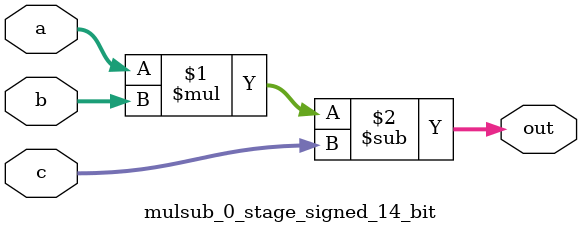
<source format=sv>
(* use_dsp = "yes" *) module mulsub_0_stage_signed_14_bit(
	input signed [13:0] a,
	input signed [13:0] b,
	input signed [13:0] c,
	output [13:0] out
	);

	assign out = (a * b) - c;
endmodule

</source>
